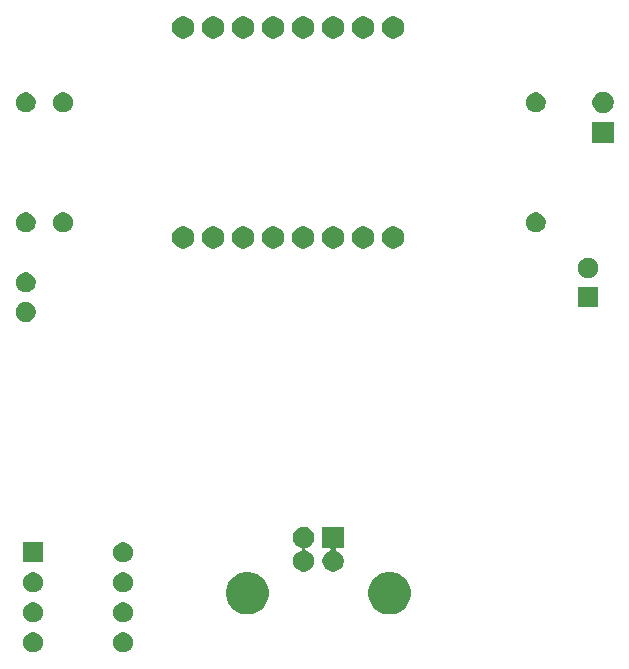
<source format=gbr>
G04 #@! TF.GenerationSoftware,KiCad,Pcbnew,5.1.5-52549c5~84~ubuntu19.04.1*
G04 #@! TF.CreationDate,2019-11-27T18:15:37+01:00*
G04 #@! TF.ProjectId,printplaat,7072696e-7470-46c6-9161-742e6b696361,rev?*
G04 #@! TF.SameCoordinates,Original*
G04 #@! TF.FileFunction,Soldermask,Bot*
G04 #@! TF.FilePolarity,Negative*
%FSLAX46Y46*%
G04 Gerber Fmt 4.6, Leading zero omitted, Abs format (unit mm)*
G04 Created by KiCad (PCBNEW 5.1.5-52549c5~84~ubuntu19.04.1) date 2019-11-27 18:15:37*
%MOMM*%
%LPD*%
G04 APERTURE LIST*
%ADD10C,0.100000*%
G04 APERTURE END LIST*
D10*
G36*
X106928228Y-166821703D02*
G01*
X107083100Y-166885853D01*
X107222481Y-166978985D01*
X107341015Y-167097519D01*
X107434147Y-167236900D01*
X107498297Y-167391772D01*
X107531000Y-167556184D01*
X107531000Y-167723816D01*
X107498297Y-167888228D01*
X107434147Y-168043100D01*
X107341015Y-168182481D01*
X107222481Y-168301015D01*
X107083100Y-168394147D01*
X106928228Y-168458297D01*
X106763816Y-168491000D01*
X106596184Y-168491000D01*
X106431772Y-168458297D01*
X106276900Y-168394147D01*
X106137519Y-168301015D01*
X106018985Y-168182481D01*
X105925853Y-168043100D01*
X105861703Y-167888228D01*
X105829000Y-167723816D01*
X105829000Y-167556184D01*
X105861703Y-167391772D01*
X105925853Y-167236900D01*
X106018985Y-167097519D01*
X106137519Y-166978985D01*
X106276900Y-166885853D01*
X106431772Y-166821703D01*
X106596184Y-166789000D01*
X106763816Y-166789000D01*
X106928228Y-166821703D01*
G37*
G36*
X99308228Y-166821703D02*
G01*
X99463100Y-166885853D01*
X99602481Y-166978985D01*
X99721015Y-167097519D01*
X99814147Y-167236900D01*
X99878297Y-167391772D01*
X99911000Y-167556184D01*
X99911000Y-167723816D01*
X99878297Y-167888228D01*
X99814147Y-168043100D01*
X99721015Y-168182481D01*
X99602481Y-168301015D01*
X99463100Y-168394147D01*
X99308228Y-168458297D01*
X99143816Y-168491000D01*
X98976184Y-168491000D01*
X98811772Y-168458297D01*
X98656900Y-168394147D01*
X98517519Y-168301015D01*
X98398985Y-168182481D01*
X98305853Y-168043100D01*
X98241703Y-167888228D01*
X98209000Y-167723816D01*
X98209000Y-167556184D01*
X98241703Y-167391772D01*
X98305853Y-167236900D01*
X98398985Y-167097519D01*
X98517519Y-166978985D01*
X98656900Y-166885853D01*
X98811772Y-166821703D01*
X98976184Y-166789000D01*
X99143816Y-166789000D01*
X99308228Y-166821703D01*
G37*
G36*
X106928228Y-164281703D02*
G01*
X107083100Y-164345853D01*
X107222481Y-164438985D01*
X107341015Y-164557519D01*
X107434147Y-164696900D01*
X107498297Y-164851772D01*
X107531000Y-165016184D01*
X107531000Y-165183816D01*
X107498297Y-165348228D01*
X107434147Y-165503100D01*
X107341015Y-165642481D01*
X107222481Y-165761015D01*
X107083100Y-165854147D01*
X106928228Y-165918297D01*
X106763816Y-165951000D01*
X106596184Y-165951000D01*
X106431772Y-165918297D01*
X106276900Y-165854147D01*
X106137519Y-165761015D01*
X106018985Y-165642481D01*
X105925853Y-165503100D01*
X105861703Y-165348228D01*
X105829000Y-165183816D01*
X105829000Y-165016184D01*
X105861703Y-164851772D01*
X105925853Y-164696900D01*
X106018985Y-164557519D01*
X106137519Y-164438985D01*
X106276900Y-164345853D01*
X106431772Y-164281703D01*
X106596184Y-164249000D01*
X106763816Y-164249000D01*
X106928228Y-164281703D01*
G37*
G36*
X99308228Y-164281703D02*
G01*
X99463100Y-164345853D01*
X99602481Y-164438985D01*
X99721015Y-164557519D01*
X99814147Y-164696900D01*
X99878297Y-164851772D01*
X99911000Y-165016184D01*
X99911000Y-165183816D01*
X99878297Y-165348228D01*
X99814147Y-165503100D01*
X99721015Y-165642481D01*
X99602481Y-165761015D01*
X99463100Y-165854147D01*
X99308228Y-165918297D01*
X99143816Y-165951000D01*
X98976184Y-165951000D01*
X98811772Y-165918297D01*
X98656900Y-165854147D01*
X98517519Y-165761015D01*
X98398985Y-165642481D01*
X98305853Y-165503100D01*
X98241703Y-165348228D01*
X98209000Y-165183816D01*
X98209000Y-165016184D01*
X98241703Y-164851772D01*
X98305853Y-164696900D01*
X98398985Y-164557519D01*
X98517519Y-164438985D01*
X98656900Y-164345853D01*
X98811772Y-164281703D01*
X98976184Y-164249000D01*
X99143816Y-164249000D01*
X99308228Y-164281703D01*
G37*
G36*
X129755331Y-161728211D02*
G01*
X130083092Y-161863974D01*
X130378070Y-162061072D01*
X130628928Y-162311930D01*
X130826026Y-162606908D01*
X130961789Y-162934669D01*
X131031000Y-163282616D01*
X131031000Y-163637384D01*
X130961789Y-163985331D01*
X130826026Y-164313092D01*
X130628928Y-164608070D01*
X130378070Y-164858928D01*
X130083092Y-165056026D01*
X129755331Y-165191789D01*
X129407384Y-165261000D01*
X129052616Y-165261000D01*
X128704669Y-165191789D01*
X128376908Y-165056026D01*
X128081930Y-164858928D01*
X127831072Y-164608070D01*
X127633974Y-164313092D01*
X127498211Y-163985331D01*
X127429000Y-163637384D01*
X127429000Y-163282616D01*
X127498211Y-162934669D01*
X127633974Y-162606908D01*
X127831072Y-162311930D01*
X128081930Y-162061072D01*
X128376908Y-161863974D01*
X128704669Y-161728211D01*
X129052616Y-161659000D01*
X129407384Y-161659000D01*
X129755331Y-161728211D01*
G37*
G36*
X117715331Y-161728211D02*
G01*
X118043092Y-161863974D01*
X118338070Y-162061072D01*
X118588928Y-162311930D01*
X118786026Y-162606908D01*
X118921789Y-162934669D01*
X118991000Y-163282616D01*
X118991000Y-163637384D01*
X118921789Y-163985331D01*
X118786026Y-164313092D01*
X118588928Y-164608070D01*
X118338070Y-164858928D01*
X118043092Y-165056026D01*
X117715331Y-165191789D01*
X117367384Y-165261000D01*
X117012616Y-165261000D01*
X116664669Y-165191789D01*
X116336908Y-165056026D01*
X116041930Y-164858928D01*
X115791072Y-164608070D01*
X115593974Y-164313092D01*
X115458211Y-163985331D01*
X115389000Y-163637384D01*
X115389000Y-163282616D01*
X115458211Y-162934669D01*
X115593974Y-162606908D01*
X115791072Y-162311930D01*
X116041930Y-162061072D01*
X116336908Y-161863974D01*
X116664669Y-161728211D01*
X117012616Y-161659000D01*
X117367384Y-161659000D01*
X117715331Y-161728211D01*
G37*
G36*
X99308228Y-161741703D02*
G01*
X99463100Y-161805853D01*
X99602481Y-161898985D01*
X99721015Y-162017519D01*
X99814147Y-162156900D01*
X99878297Y-162311772D01*
X99911000Y-162476184D01*
X99911000Y-162643816D01*
X99878297Y-162808228D01*
X99814147Y-162963100D01*
X99721015Y-163102481D01*
X99602481Y-163221015D01*
X99463100Y-163314147D01*
X99308228Y-163378297D01*
X99143816Y-163411000D01*
X98976184Y-163411000D01*
X98811772Y-163378297D01*
X98656900Y-163314147D01*
X98517519Y-163221015D01*
X98398985Y-163102481D01*
X98305853Y-162963100D01*
X98241703Y-162808228D01*
X98209000Y-162643816D01*
X98209000Y-162476184D01*
X98241703Y-162311772D01*
X98305853Y-162156900D01*
X98398985Y-162017519D01*
X98517519Y-161898985D01*
X98656900Y-161805853D01*
X98811772Y-161741703D01*
X98976184Y-161709000D01*
X99143816Y-161709000D01*
X99308228Y-161741703D01*
G37*
G36*
X106928228Y-161741703D02*
G01*
X107083100Y-161805853D01*
X107222481Y-161898985D01*
X107341015Y-162017519D01*
X107434147Y-162156900D01*
X107498297Y-162311772D01*
X107531000Y-162476184D01*
X107531000Y-162643816D01*
X107498297Y-162808228D01*
X107434147Y-162963100D01*
X107341015Y-163102481D01*
X107222481Y-163221015D01*
X107083100Y-163314147D01*
X106928228Y-163378297D01*
X106763816Y-163411000D01*
X106596184Y-163411000D01*
X106431772Y-163378297D01*
X106276900Y-163314147D01*
X106137519Y-163221015D01*
X106018985Y-163102481D01*
X105925853Y-162963100D01*
X105861703Y-162808228D01*
X105829000Y-162643816D01*
X105829000Y-162476184D01*
X105861703Y-162311772D01*
X105925853Y-162156900D01*
X106018985Y-162017519D01*
X106137519Y-161898985D01*
X106276900Y-161805853D01*
X106431772Y-161741703D01*
X106596184Y-161709000D01*
X106763816Y-161709000D01*
X106928228Y-161741703D01*
G37*
G36*
X125361000Y-159651000D02*
G01*
X124789617Y-159651000D01*
X124765231Y-159653402D01*
X124741782Y-159660515D01*
X124720171Y-159672066D01*
X124701229Y-159687611D01*
X124685684Y-159706553D01*
X124674133Y-159728164D01*
X124667020Y-159751613D01*
X124664618Y-159775999D01*
X124667020Y-159800385D01*
X124674133Y-159823834D01*
X124685684Y-159845445D01*
X124701229Y-159864387D01*
X124720171Y-159879932D01*
X124741771Y-159891477D01*
X124886784Y-159951544D01*
X125034354Y-160050147D01*
X125159853Y-160175646D01*
X125258456Y-160323216D01*
X125326376Y-160487188D01*
X125361000Y-160661259D01*
X125361000Y-160838741D01*
X125326376Y-161012812D01*
X125258456Y-161176784D01*
X125159853Y-161324354D01*
X125034354Y-161449853D01*
X124886784Y-161548456D01*
X124722812Y-161616376D01*
X124573512Y-161646073D01*
X124548742Y-161651000D01*
X124371258Y-161651000D01*
X124346488Y-161646073D01*
X124197188Y-161616376D01*
X124033216Y-161548456D01*
X123885646Y-161449853D01*
X123760147Y-161324354D01*
X123661544Y-161176784D01*
X123593624Y-161012812D01*
X123559000Y-160838741D01*
X123559000Y-160661259D01*
X123593624Y-160487188D01*
X123661544Y-160323216D01*
X123760147Y-160175646D01*
X123885646Y-160050147D01*
X124033216Y-159951544D01*
X124178229Y-159891477D01*
X124199829Y-159879932D01*
X124218771Y-159864387D01*
X124234316Y-159845445D01*
X124245867Y-159823834D01*
X124252980Y-159800385D01*
X124255382Y-159775999D01*
X124252980Y-159751613D01*
X124245867Y-159728164D01*
X124234316Y-159706553D01*
X124218771Y-159687611D01*
X124199829Y-159672066D01*
X124178218Y-159660515D01*
X124154769Y-159653402D01*
X124130383Y-159651000D01*
X123559000Y-159651000D01*
X123559000Y-157849000D01*
X125361000Y-157849000D01*
X125361000Y-159651000D01*
G37*
G36*
X122073512Y-157853927D02*
G01*
X122222812Y-157883624D01*
X122386784Y-157951544D01*
X122534354Y-158050147D01*
X122659853Y-158175646D01*
X122758456Y-158323216D01*
X122826376Y-158487188D01*
X122861000Y-158661259D01*
X122861000Y-158838741D01*
X122826376Y-159012812D01*
X122758456Y-159176784D01*
X122659853Y-159324354D01*
X122534354Y-159449853D01*
X122386784Y-159548456D01*
X122222812Y-159616376D01*
X122167362Y-159627405D01*
X122143922Y-159634516D01*
X122122311Y-159646067D01*
X122103369Y-159661613D01*
X122087824Y-159680555D01*
X122076273Y-159702165D01*
X122069160Y-159725614D01*
X122066758Y-159750000D01*
X122069160Y-159774387D01*
X122076273Y-159797835D01*
X122087824Y-159819446D01*
X122103370Y-159838388D01*
X122122312Y-159853933D01*
X122143922Y-159865484D01*
X122167362Y-159872595D01*
X122222812Y-159883624D01*
X122386784Y-159951544D01*
X122534354Y-160050147D01*
X122659853Y-160175646D01*
X122758456Y-160323216D01*
X122826376Y-160487188D01*
X122861000Y-160661259D01*
X122861000Y-160838741D01*
X122826376Y-161012812D01*
X122758456Y-161176784D01*
X122659853Y-161324354D01*
X122534354Y-161449853D01*
X122386784Y-161548456D01*
X122222812Y-161616376D01*
X122073512Y-161646073D01*
X122048742Y-161651000D01*
X121871258Y-161651000D01*
X121846488Y-161646073D01*
X121697188Y-161616376D01*
X121533216Y-161548456D01*
X121385646Y-161449853D01*
X121260147Y-161324354D01*
X121161544Y-161176784D01*
X121093624Y-161012812D01*
X121059000Y-160838741D01*
X121059000Y-160661259D01*
X121093624Y-160487188D01*
X121161544Y-160323216D01*
X121260147Y-160175646D01*
X121385646Y-160050147D01*
X121533216Y-159951544D01*
X121697188Y-159883624D01*
X121752638Y-159872595D01*
X121776078Y-159865484D01*
X121797689Y-159853933D01*
X121816631Y-159838387D01*
X121832176Y-159819445D01*
X121843727Y-159797835D01*
X121850840Y-159774386D01*
X121853242Y-159750000D01*
X121850840Y-159725613D01*
X121843727Y-159702165D01*
X121832176Y-159680554D01*
X121816630Y-159661612D01*
X121797688Y-159646067D01*
X121776078Y-159634516D01*
X121752638Y-159627405D01*
X121697188Y-159616376D01*
X121533216Y-159548456D01*
X121385646Y-159449853D01*
X121260147Y-159324354D01*
X121161544Y-159176784D01*
X121093624Y-159012812D01*
X121059000Y-158838741D01*
X121059000Y-158661259D01*
X121093624Y-158487188D01*
X121161544Y-158323216D01*
X121260147Y-158175646D01*
X121385646Y-158050147D01*
X121533216Y-157951544D01*
X121697188Y-157883624D01*
X121846488Y-157853927D01*
X121871258Y-157849000D01*
X122048742Y-157849000D01*
X122073512Y-157853927D01*
G37*
G36*
X99911000Y-160871000D02*
G01*
X98209000Y-160871000D01*
X98209000Y-159169000D01*
X99911000Y-159169000D01*
X99911000Y-160871000D01*
G37*
G36*
X106928228Y-159201703D02*
G01*
X107083100Y-159265853D01*
X107222481Y-159358985D01*
X107341015Y-159477519D01*
X107434147Y-159616900D01*
X107498297Y-159771772D01*
X107531000Y-159936184D01*
X107531000Y-160103816D01*
X107498297Y-160268228D01*
X107434147Y-160423100D01*
X107341015Y-160562481D01*
X107222481Y-160681015D01*
X107083100Y-160774147D01*
X106928228Y-160838297D01*
X106763816Y-160871000D01*
X106596184Y-160871000D01*
X106431772Y-160838297D01*
X106276900Y-160774147D01*
X106137519Y-160681015D01*
X106018985Y-160562481D01*
X105925853Y-160423100D01*
X105861703Y-160268228D01*
X105829000Y-160103816D01*
X105829000Y-159936184D01*
X105861703Y-159771772D01*
X105925853Y-159616900D01*
X106018985Y-159477519D01*
X106137519Y-159358985D01*
X106276900Y-159265853D01*
X106431772Y-159201703D01*
X106596184Y-159169000D01*
X106763816Y-159169000D01*
X106928228Y-159201703D01*
G37*
G36*
X98673228Y-138841703D02*
G01*
X98828100Y-138905853D01*
X98967481Y-138998985D01*
X99086015Y-139117519D01*
X99179147Y-139256900D01*
X99243297Y-139411772D01*
X99276000Y-139576184D01*
X99276000Y-139743816D01*
X99243297Y-139908228D01*
X99179147Y-140063100D01*
X99086015Y-140202481D01*
X98967481Y-140321015D01*
X98828100Y-140414147D01*
X98673228Y-140478297D01*
X98508816Y-140511000D01*
X98341184Y-140511000D01*
X98176772Y-140478297D01*
X98021900Y-140414147D01*
X97882519Y-140321015D01*
X97763985Y-140202481D01*
X97670853Y-140063100D01*
X97606703Y-139908228D01*
X97574000Y-139743816D01*
X97574000Y-139576184D01*
X97606703Y-139411772D01*
X97670853Y-139256900D01*
X97763985Y-139117519D01*
X97882519Y-138998985D01*
X98021900Y-138905853D01*
X98176772Y-138841703D01*
X98341184Y-138809000D01*
X98508816Y-138809000D01*
X98673228Y-138841703D01*
G37*
G36*
X146901000Y-139281000D02*
G01*
X145199000Y-139281000D01*
X145199000Y-137579000D01*
X146901000Y-137579000D01*
X146901000Y-139281000D01*
G37*
G36*
X98673228Y-136341703D02*
G01*
X98828100Y-136405853D01*
X98967481Y-136498985D01*
X99086015Y-136617519D01*
X99179147Y-136756900D01*
X99243297Y-136911772D01*
X99276000Y-137076184D01*
X99276000Y-137243816D01*
X99243297Y-137408228D01*
X99179147Y-137563100D01*
X99086015Y-137702481D01*
X98967481Y-137821015D01*
X98828100Y-137914147D01*
X98673228Y-137978297D01*
X98508816Y-138011000D01*
X98341184Y-138011000D01*
X98176772Y-137978297D01*
X98021900Y-137914147D01*
X97882519Y-137821015D01*
X97763985Y-137702481D01*
X97670853Y-137563100D01*
X97606703Y-137408228D01*
X97574000Y-137243816D01*
X97574000Y-137076184D01*
X97606703Y-136911772D01*
X97670853Y-136756900D01*
X97763985Y-136617519D01*
X97882519Y-136498985D01*
X98021900Y-136405853D01*
X98176772Y-136341703D01*
X98341184Y-136309000D01*
X98508816Y-136309000D01*
X98673228Y-136341703D01*
G37*
G36*
X146298228Y-135111703D02*
G01*
X146453100Y-135175853D01*
X146592481Y-135268985D01*
X146711015Y-135387519D01*
X146804147Y-135526900D01*
X146868297Y-135681772D01*
X146901000Y-135846184D01*
X146901000Y-136013816D01*
X146868297Y-136178228D01*
X146804147Y-136333100D01*
X146711015Y-136472481D01*
X146592481Y-136591015D01*
X146453100Y-136684147D01*
X146298228Y-136748297D01*
X146133816Y-136781000D01*
X145966184Y-136781000D01*
X145801772Y-136748297D01*
X145646900Y-136684147D01*
X145507519Y-136591015D01*
X145388985Y-136472481D01*
X145295853Y-136333100D01*
X145231703Y-136178228D01*
X145199000Y-136013816D01*
X145199000Y-135846184D01*
X145231703Y-135681772D01*
X145295853Y-135526900D01*
X145388985Y-135387519D01*
X145507519Y-135268985D01*
X145646900Y-135175853D01*
X145801772Y-135111703D01*
X145966184Y-135079000D01*
X146133816Y-135079000D01*
X146298228Y-135111703D01*
G37*
G36*
X112034187Y-132446123D02*
G01*
X112205255Y-132516982D01*
X112205257Y-132516983D01*
X112359215Y-132619855D01*
X112490145Y-132750785D01*
X112588709Y-132898295D01*
X112593018Y-132904745D01*
X112663877Y-133075813D01*
X112700000Y-133257417D01*
X112700000Y-133442583D01*
X112663877Y-133624187D01*
X112593018Y-133795255D01*
X112593017Y-133795257D01*
X112490145Y-133949215D01*
X112359215Y-134080145D01*
X112205257Y-134183017D01*
X112205256Y-134183018D01*
X112205255Y-134183018D01*
X112034187Y-134253877D01*
X111852583Y-134290000D01*
X111667417Y-134290000D01*
X111485813Y-134253877D01*
X111314745Y-134183018D01*
X111314744Y-134183018D01*
X111314743Y-134183017D01*
X111160785Y-134080145D01*
X111029855Y-133949215D01*
X110926983Y-133795257D01*
X110926982Y-133795255D01*
X110856123Y-133624187D01*
X110820000Y-133442583D01*
X110820000Y-133257417D01*
X110856123Y-133075813D01*
X110926982Y-132904745D01*
X110931292Y-132898295D01*
X111029855Y-132750785D01*
X111160785Y-132619855D01*
X111314743Y-132516983D01*
X111314745Y-132516982D01*
X111485813Y-132446123D01*
X111667417Y-132410000D01*
X111852583Y-132410000D01*
X112034187Y-132446123D01*
G37*
G36*
X114574187Y-132446123D02*
G01*
X114745255Y-132516982D01*
X114745257Y-132516983D01*
X114899215Y-132619855D01*
X115030145Y-132750785D01*
X115128709Y-132898295D01*
X115133018Y-132904745D01*
X115203877Y-133075813D01*
X115240000Y-133257417D01*
X115240000Y-133442583D01*
X115203877Y-133624187D01*
X115133018Y-133795255D01*
X115133017Y-133795257D01*
X115030145Y-133949215D01*
X114899215Y-134080145D01*
X114745257Y-134183017D01*
X114745256Y-134183018D01*
X114745255Y-134183018D01*
X114574187Y-134253877D01*
X114392583Y-134290000D01*
X114207417Y-134290000D01*
X114025813Y-134253877D01*
X113854745Y-134183018D01*
X113854744Y-134183018D01*
X113854743Y-134183017D01*
X113700785Y-134080145D01*
X113569855Y-133949215D01*
X113466983Y-133795257D01*
X113466982Y-133795255D01*
X113396123Y-133624187D01*
X113360000Y-133442583D01*
X113360000Y-133257417D01*
X113396123Y-133075813D01*
X113466982Y-132904745D01*
X113471292Y-132898295D01*
X113569855Y-132750785D01*
X113700785Y-132619855D01*
X113854743Y-132516983D01*
X113854745Y-132516982D01*
X114025813Y-132446123D01*
X114207417Y-132410000D01*
X114392583Y-132410000D01*
X114574187Y-132446123D01*
G37*
G36*
X117114187Y-132446123D02*
G01*
X117285255Y-132516982D01*
X117285257Y-132516983D01*
X117439215Y-132619855D01*
X117570145Y-132750785D01*
X117668709Y-132898295D01*
X117673018Y-132904745D01*
X117743877Y-133075813D01*
X117780000Y-133257417D01*
X117780000Y-133442583D01*
X117743877Y-133624187D01*
X117673018Y-133795255D01*
X117673017Y-133795257D01*
X117570145Y-133949215D01*
X117439215Y-134080145D01*
X117285257Y-134183017D01*
X117285256Y-134183018D01*
X117285255Y-134183018D01*
X117114187Y-134253877D01*
X116932583Y-134290000D01*
X116747417Y-134290000D01*
X116565813Y-134253877D01*
X116394745Y-134183018D01*
X116394744Y-134183018D01*
X116394743Y-134183017D01*
X116240785Y-134080145D01*
X116109855Y-133949215D01*
X116006983Y-133795257D01*
X116006982Y-133795255D01*
X115936123Y-133624187D01*
X115900000Y-133442583D01*
X115900000Y-133257417D01*
X115936123Y-133075813D01*
X116006982Y-132904745D01*
X116011292Y-132898295D01*
X116109855Y-132750785D01*
X116240785Y-132619855D01*
X116394743Y-132516983D01*
X116394745Y-132516982D01*
X116565813Y-132446123D01*
X116747417Y-132410000D01*
X116932583Y-132410000D01*
X117114187Y-132446123D01*
G37*
G36*
X119654187Y-132446123D02*
G01*
X119825255Y-132516982D01*
X119825257Y-132516983D01*
X119979215Y-132619855D01*
X120110145Y-132750785D01*
X120208709Y-132898295D01*
X120213018Y-132904745D01*
X120283877Y-133075813D01*
X120320000Y-133257417D01*
X120320000Y-133442583D01*
X120283877Y-133624187D01*
X120213018Y-133795255D01*
X120213017Y-133795257D01*
X120110145Y-133949215D01*
X119979215Y-134080145D01*
X119825257Y-134183017D01*
X119825256Y-134183018D01*
X119825255Y-134183018D01*
X119654187Y-134253877D01*
X119472583Y-134290000D01*
X119287417Y-134290000D01*
X119105813Y-134253877D01*
X118934745Y-134183018D01*
X118934744Y-134183018D01*
X118934743Y-134183017D01*
X118780785Y-134080145D01*
X118649855Y-133949215D01*
X118546983Y-133795257D01*
X118546982Y-133795255D01*
X118476123Y-133624187D01*
X118440000Y-133442583D01*
X118440000Y-133257417D01*
X118476123Y-133075813D01*
X118546982Y-132904745D01*
X118551292Y-132898295D01*
X118649855Y-132750785D01*
X118780785Y-132619855D01*
X118934743Y-132516983D01*
X118934745Y-132516982D01*
X119105813Y-132446123D01*
X119287417Y-132410000D01*
X119472583Y-132410000D01*
X119654187Y-132446123D01*
G37*
G36*
X124734187Y-132446123D02*
G01*
X124905255Y-132516982D01*
X124905257Y-132516983D01*
X125059215Y-132619855D01*
X125190145Y-132750785D01*
X125288709Y-132898295D01*
X125293018Y-132904745D01*
X125363877Y-133075813D01*
X125400000Y-133257417D01*
X125400000Y-133442583D01*
X125363877Y-133624187D01*
X125293018Y-133795255D01*
X125293017Y-133795257D01*
X125190145Y-133949215D01*
X125059215Y-134080145D01*
X124905257Y-134183017D01*
X124905256Y-134183018D01*
X124905255Y-134183018D01*
X124734187Y-134253877D01*
X124552583Y-134290000D01*
X124367417Y-134290000D01*
X124185813Y-134253877D01*
X124014745Y-134183018D01*
X124014744Y-134183018D01*
X124014743Y-134183017D01*
X123860785Y-134080145D01*
X123729855Y-133949215D01*
X123626983Y-133795257D01*
X123626982Y-133795255D01*
X123556123Y-133624187D01*
X123520000Y-133442583D01*
X123520000Y-133257417D01*
X123556123Y-133075813D01*
X123626982Y-132904745D01*
X123631292Y-132898295D01*
X123729855Y-132750785D01*
X123860785Y-132619855D01*
X124014743Y-132516983D01*
X124014745Y-132516982D01*
X124185813Y-132446123D01*
X124367417Y-132410000D01*
X124552583Y-132410000D01*
X124734187Y-132446123D01*
G37*
G36*
X127274187Y-132446123D02*
G01*
X127445255Y-132516982D01*
X127445257Y-132516983D01*
X127599215Y-132619855D01*
X127730145Y-132750785D01*
X127828709Y-132898295D01*
X127833018Y-132904745D01*
X127903877Y-133075813D01*
X127940000Y-133257417D01*
X127940000Y-133442583D01*
X127903877Y-133624187D01*
X127833018Y-133795255D01*
X127833017Y-133795257D01*
X127730145Y-133949215D01*
X127599215Y-134080145D01*
X127445257Y-134183017D01*
X127445256Y-134183018D01*
X127445255Y-134183018D01*
X127274187Y-134253877D01*
X127092583Y-134290000D01*
X126907417Y-134290000D01*
X126725813Y-134253877D01*
X126554745Y-134183018D01*
X126554744Y-134183018D01*
X126554743Y-134183017D01*
X126400785Y-134080145D01*
X126269855Y-133949215D01*
X126166983Y-133795257D01*
X126166982Y-133795255D01*
X126096123Y-133624187D01*
X126060000Y-133442583D01*
X126060000Y-133257417D01*
X126096123Y-133075813D01*
X126166982Y-132904745D01*
X126171292Y-132898295D01*
X126269855Y-132750785D01*
X126400785Y-132619855D01*
X126554743Y-132516983D01*
X126554745Y-132516982D01*
X126725813Y-132446123D01*
X126907417Y-132410000D01*
X127092583Y-132410000D01*
X127274187Y-132446123D01*
G37*
G36*
X129814187Y-132446123D02*
G01*
X129985255Y-132516982D01*
X129985257Y-132516983D01*
X130139215Y-132619855D01*
X130270145Y-132750785D01*
X130368709Y-132898295D01*
X130373018Y-132904745D01*
X130443877Y-133075813D01*
X130480000Y-133257417D01*
X130480000Y-133442583D01*
X130443877Y-133624187D01*
X130373018Y-133795255D01*
X130373017Y-133795257D01*
X130270145Y-133949215D01*
X130139215Y-134080145D01*
X129985257Y-134183017D01*
X129985256Y-134183018D01*
X129985255Y-134183018D01*
X129814187Y-134253877D01*
X129632583Y-134290000D01*
X129447417Y-134290000D01*
X129265813Y-134253877D01*
X129094745Y-134183018D01*
X129094744Y-134183018D01*
X129094743Y-134183017D01*
X128940785Y-134080145D01*
X128809855Y-133949215D01*
X128706983Y-133795257D01*
X128706982Y-133795255D01*
X128636123Y-133624187D01*
X128600000Y-133442583D01*
X128600000Y-133257417D01*
X128636123Y-133075813D01*
X128706982Y-132904745D01*
X128711292Y-132898295D01*
X128809855Y-132750785D01*
X128940785Y-132619855D01*
X129094743Y-132516983D01*
X129094745Y-132516982D01*
X129265813Y-132446123D01*
X129447417Y-132410000D01*
X129632583Y-132410000D01*
X129814187Y-132446123D01*
G37*
G36*
X122194187Y-132446123D02*
G01*
X122365255Y-132516982D01*
X122365257Y-132516983D01*
X122519215Y-132619855D01*
X122650145Y-132750785D01*
X122748709Y-132898295D01*
X122753018Y-132904745D01*
X122823877Y-133075813D01*
X122860000Y-133257417D01*
X122860000Y-133442583D01*
X122823877Y-133624187D01*
X122753018Y-133795255D01*
X122753017Y-133795257D01*
X122650145Y-133949215D01*
X122519215Y-134080145D01*
X122365257Y-134183017D01*
X122365256Y-134183018D01*
X122365255Y-134183018D01*
X122194187Y-134253877D01*
X122012583Y-134290000D01*
X121827417Y-134290000D01*
X121645813Y-134253877D01*
X121474745Y-134183018D01*
X121474744Y-134183018D01*
X121474743Y-134183017D01*
X121320785Y-134080145D01*
X121189855Y-133949215D01*
X121086983Y-133795257D01*
X121086982Y-133795255D01*
X121016123Y-133624187D01*
X120980000Y-133442583D01*
X120980000Y-133257417D01*
X121016123Y-133075813D01*
X121086982Y-132904745D01*
X121091292Y-132898295D01*
X121189855Y-132750785D01*
X121320785Y-132619855D01*
X121474743Y-132516983D01*
X121474745Y-132516982D01*
X121645813Y-132446123D01*
X121827417Y-132410000D01*
X122012583Y-132410000D01*
X122194187Y-132446123D01*
G37*
G36*
X141853228Y-131261703D02*
G01*
X142008100Y-131325853D01*
X142147481Y-131418985D01*
X142266015Y-131537519D01*
X142359147Y-131676900D01*
X142423297Y-131831772D01*
X142456000Y-131996184D01*
X142456000Y-132163816D01*
X142423297Y-132328228D01*
X142359147Y-132483100D01*
X142266015Y-132622481D01*
X142147481Y-132741015D01*
X142008100Y-132834147D01*
X141853228Y-132898297D01*
X141688816Y-132931000D01*
X141521184Y-132931000D01*
X141356772Y-132898297D01*
X141201900Y-132834147D01*
X141062519Y-132741015D01*
X140943985Y-132622481D01*
X140850853Y-132483100D01*
X140786703Y-132328228D01*
X140754000Y-132163816D01*
X140754000Y-131996184D01*
X140786703Y-131831772D01*
X140850853Y-131676900D01*
X140943985Y-131537519D01*
X141062519Y-131418985D01*
X141201900Y-131325853D01*
X141356772Y-131261703D01*
X141521184Y-131229000D01*
X141688816Y-131229000D01*
X141853228Y-131261703D01*
G37*
G36*
X98673228Y-131261703D02*
G01*
X98828100Y-131325853D01*
X98967481Y-131418985D01*
X99086015Y-131537519D01*
X99179147Y-131676900D01*
X99243297Y-131831772D01*
X99276000Y-131996184D01*
X99276000Y-132163816D01*
X99243297Y-132328228D01*
X99179147Y-132483100D01*
X99086015Y-132622481D01*
X98967481Y-132741015D01*
X98828100Y-132834147D01*
X98673228Y-132898297D01*
X98508816Y-132931000D01*
X98341184Y-132931000D01*
X98176772Y-132898297D01*
X98021900Y-132834147D01*
X97882519Y-132741015D01*
X97763985Y-132622481D01*
X97670853Y-132483100D01*
X97606703Y-132328228D01*
X97574000Y-132163816D01*
X97574000Y-131996184D01*
X97606703Y-131831772D01*
X97670853Y-131676900D01*
X97763985Y-131537519D01*
X97882519Y-131418985D01*
X98021900Y-131325853D01*
X98176772Y-131261703D01*
X98341184Y-131229000D01*
X98508816Y-131229000D01*
X98673228Y-131261703D01*
G37*
G36*
X101848228Y-131261703D02*
G01*
X102003100Y-131325853D01*
X102142481Y-131418985D01*
X102261015Y-131537519D01*
X102354147Y-131676900D01*
X102418297Y-131831772D01*
X102451000Y-131996184D01*
X102451000Y-132163816D01*
X102418297Y-132328228D01*
X102354147Y-132483100D01*
X102261015Y-132622481D01*
X102142481Y-132741015D01*
X102003100Y-132834147D01*
X101848228Y-132898297D01*
X101683816Y-132931000D01*
X101516184Y-132931000D01*
X101351772Y-132898297D01*
X101196900Y-132834147D01*
X101057519Y-132741015D01*
X100938985Y-132622481D01*
X100845853Y-132483100D01*
X100781703Y-132328228D01*
X100749000Y-132163816D01*
X100749000Y-131996184D01*
X100781703Y-131831772D01*
X100845853Y-131676900D01*
X100938985Y-131537519D01*
X101057519Y-131418985D01*
X101196900Y-131325853D01*
X101351772Y-131261703D01*
X101516184Y-131229000D01*
X101683816Y-131229000D01*
X101848228Y-131261703D01*
G37*
G36*
X148221000Y-125361000D02*
G01*
X146419000Y-125361000D01*
X146419000Y-123559000D01*
X148221000Y-123559000D01*
X148221000Y-125361000D01*
G37*
G36*
X147433512Y-121023927D02*
G01*
X147582812Y-121053624D01*
X147746784Y-121121544D01*
X147894354Y-121220147D01*
X148019853Y-121345646D01*
X148118456Y-121493216D01*
X148186376Y-121657188D01*
X148221000Y-121831259D01*
X148221000Y-122008741D01*
X148186376Y-122182812D01*
X148118456Y-122346784D01*
X148019853Y-122494354D01*
X147894354Y-122619853D01*
X147746784Y-122718456D01*
X147582812Y-122786376D01*
X147433512Y-122816073D01*
X147408742Y-122821000D01*
X147231258Y-122821000D01*
X147206488Y-122816073D01*
X147057188Y-122786376D01*
X146893216Y-122718456D01*
X146745646Y-122619853D01*
X146620147Y-122494354D01*
X146521544Y-122346784D01*
X146453624Y-122182812D01*
X146419000Y-122008741D01*
X146419000Y-121831259D01*
X146453624Y-121657188D01*
X146521544Y-121493216D01*
X146620147Y-121345646D01*
X146745646Y-121220147D01*
X146893216Y-121121544D01*
X147057188Y-121053624D01*
X147206488Y-121023927D01*
X147231258Y-121019000D01*
X147408742Y-121019000D01*
X147433512Y-121023927D01*
G37*
G36*
X141853228Y-121101703D02*
G01*
X142008100Y-121165853D01*
X142147481Y-121258985D01*
X142266015Y-121377519D01*
X142359147Y-121516900D01*
X142423297Y-121671772D01*
X142456000Y-121836184D01*
X142456000Y-122003816D01*
X142423297Y-122168228D01*
X142359147Y-122323100D01*
X142266015Y-122462481D01*
X142147481Y-122581015D01*
X142008100Y-122674147D01*
X141853228Y-122738297D01*
X141688816Y-122771000D01*
X141521184Y-122771000D01*
X141356772Y-122738297D01*
X141201900Y-122674147D01*
X141062519Y-122581015D01*
X140943985Y-122462481D01*
X140850853Y-122323100D01*
X140786703Y-122168228D01*
X140754000Y-122003816D01*
X140754000Y-121836184D01*
X140786703Y-121671772D01*
X140850853Y-121516900D01*
X140943985Y-121377519D01*
X141062519Y-121258985D01*
X141201900Y-121165853D01*
X141356772Y-121101703D01*
X141521184Y-121069000D01*
X141688816Y-121069000D01*
X141853228Y-121101703D01*
G37*
G36*
X101848228Y-121101703D02*
G01*
X102003100Y-121165853D01*
X102142481Y-121258985D01*
X102261015Y-121377519D01*
X102354147Y-121516900D01*
X102418297Y-121671772D01*
X102451000Y-121836184D01*
X102451000Y-122003816D01*
X102418297Y-122168228D01*
X102354147Y-122323100D01*
X102261015Y-122462481D01*
X102142481Y-122581015D01*
X102003100Y-122674147D01*
X101848228Y-122738297D01*
X101683816Y-122771000D01*
X101516184Y-122771000D01*
X101351772Y-122738297D01*
X101196900Y-122674147D01*
X101057519Y-122581015D01*
X100938985Y-122462481D01*
X100845853Y-122323100D01*
X100781703Y-122168228D01*
X100749000Y-122003816D01*
X100749000Y-121836184D01*
X100781703Y-121671772D01*
X100845853Y-121516900D01*
X100938985Y-121377519D01*
X101057519Y-121258985D01*
X101196900Y-121165853D01*
X101351772Y-121101703D01*
X101516184Y-121069000D01*
X101683816Y-121069000D01*
X101848228Y-121101703D01*
G37*
G36*
X98673228Y-121101703D02*
G01*
X98828100Y-121165853D01*
X98967481Y-121258985D01*
X99086015Y-121377519D01*
X99179147Y-121516900D01*
X99243297Y-121671772D01*
X99276000Y-121836184D01*
X99276000Y-122003816D01*
X99243297Y-122168228D01*
X99179147Y-122323100D01*
X99086015Y-122462481D01*
X98967481Y-122581015D01*
X98828100Y-122674147D01*
X98673228Y-122738297D01*
X98508816Y-122771000D01*
X98341184Y-122771000D01*
X98176772Y-122738297D01*
X98021900Y-122674147D01*
X97882519Y-122581015D01*
X97763985Y-122462481D01*
X97670853Y-122323100D01*
X97606703Y-122168228D01*
X97574000Y-122003816D01*
X97574000Y-121836184D01*
X97606703Y-121671772D01*
X97670853Y-121516900D01*
X97763985Y-121377519D01*
X97882519Y-121258985D01*
X98021900Y-121165853D01*
X98176772Y-121101703D01*
X98341184Y-121069000D01*
X98508816Y-121069000D01*
X98673228Y-121101703D01*
G37*
G36*
X124734187Y-114666123D02*
G01*
X124905255Y-114736982D01*
X124905257Y-114736983D01*
X124982758Y-114788768D01*
X125059214Y-114839854D01*
X125190146Y-114970786D01*
X125293018Y-115124745D01*
X125363877Y-115295813D01*
X125400000Y-115477417D01*
X125400000Y-115662583D01*
X125363877Y-115844187D01*
X125293018Y-116015255D01*
X125293017Y-116015257D01*
X125190145Y-116169215D01*
X125059215Y-116300145D01*
X124905257Y-116403017D01*
X124905256Y-116403018D01*
X124905255Y-116403018D01*
X124734187Y-116473877D01*
X124552583Y-116510000D01*
X124367417Y-116510000D01*
X124185813Y-116473877D01*
X124014745Y-116403018D01*
X124014744Y-116403018D01*
X124014743Y-116403017D01*
X123860785Y-116300145D01*
X123729855Y-116169215D01*
X123626983Y-116015257D01*
X123626982Y-116015255D01*
X123556123Y-115844187D01*
X123520000Y-115662583D01*
X123520000Y-115477417D01*
X123556123Y-115295813D01*
X123626982Y-115124745D01*
X123729854Y-114970786D01*
X123860786Y-114839854D01*
X123937242Y-114788768D01*
X124014743Y-114736983D01*
X124014745Y-114736982D01*
X124185813Y-114666123D01*
X124367417Y-114630000D01*
X124552583Y-114630000D01*
X124734187Y-114666123D01*
G37*
G36*
X112034187Y-114666123D02*
G01*
X112205255Y-114736982D01*
X112205257Y-114736983D01*
X112282758Y-114788768D01*
X112359214Y-114839854D01*
X112490146Y-114970786D01*
X112593018Y-115124745D01*
X112663877Y-115295813D01*
X112700000Y-115477417D01*
X112700000Y-115662583D01*
X112663877Y-115844187D01*
X112593018Y-116015255D01*
X112593017Y-116015257D01*
X112490145Y-116169215D01*
X112359215Y-116300145D01*
X112205257Y-116403017D01*
X112205256Y-116403018D01*
X112205255Y-116403018D01*
X112034187Y-116473877D01*
X111852583Y-116510000D01*
X111667417Y-116510000D01*
X111485813Y-116473877D01*
X111314745Y-116403018D01*
X111314744Y-116403018D01*
X111314743Y-116403017D01*
X111160785Y-116300145D01*
X111029855Y-116169215D01*
X110926983Y-116015257D01*
X110926982Y-116015255D01*
X110856123Y-115844187D01*
X110820000Y-115662583D01*
X110820000Y-115477417D01*
X110856123Y-115295813D01*
X110926982Y-115124745D01*
X111029854Y-114970786D01*
X111160786Y-114839854D01*
X111237242Y-114788768D01*
X111314743Y-114736983D01*
X111314745Y-114736982D01*
X111485813Y-114666123D01*
X111667417Y-114630000D01*
X111852583Y-114630000D01*
X112034187Y-114666123D01*
G37*
G36*
X127274187Y-114666123D02*
G01*
X127445255Y-114736982D01*
X127445257Y-114736983D01*
X127522758Y-114788768D01*
X127599214Y-114839854D01*
X127730146Y-114970786D01*
X127833018Y-115124745D01*
X127903877Y-115295813D01*
X127940000Y-115477417D01*
X127940000Y-115662583D01*
X127903877Y-115844187D01*
X127833018Y-116015255D01*
X127833017Y-116015257D01*
X127730145Y-116169215D01*
X127599215Y-116300145D01*
X127445257Y-116403017D01*
X127445256Y-116403018D01*
X127445255Y-116403018D01*
X127274187Y-116473877D01*
X127092583Y-116510000D01*
X126907417Y-116510000D01*
X126725813Y-116473877D01*
X126554745Y-116403018D01*
X126554744Y-116403018D01*
X126554743Y-116403017D01*
X126400785Y-116300145D01*
X126269855Y-116169215D01*
X126166983Y-116015257D01*
X126166982Y-116015255D01*
X126096123Y-115844187D01*
X126060000Y-115662583D01*
X126060000Y-115477417D01*
X126096123Y-115295813D01*
X126166982Y-115124745D01*
X126269854Y-114970786D01*
X126400786Y-114839854D01*
X126477242Y-114788768D01*
X126554743Y-114736983D01*
X126554745Y-114736982D01*
X126725813Y-114666123D01*
X126907417Y-114630000D01*
X127092583Y-114630000D01*
X127274187Y-114666123D01*
G37*
G36*
X129814187Y-114666123D02*
G01*
X129985255Y-114736982D01*
X129985257Y-114736983D01*
X130062758Y-114788768D01*
X130139214Y-114839854D01*
X130270146Y-114970786D01*
X130373018Y-115124745D01*
X130443877Y-115295813D01*
X130480000Y-115477417D01*
X130480000Y-115662583D01*
X130443877Y-115844187D01*
X130373018Y-116015255D01*
X130373017Y-116015257D01*
X130270145Y-116169215D01*
X130139215Y-116300145D01*
X129985257Y-116403017D01*
X129985256Y-116403018D01*
X129985255Y-116403018D01*
X129814187Y-116473877D01*
X129632583Y-116510000D01*
X129447417Y-116510000D01*
X129265813Y-116473877D01*
X129094745Y-116403018D01*
X129094744Y-116403018D01*
X129094743Y-116403017D01*
X128940785Y-116300145D01*
X128809855Y-116169215D01*
X128706983Y-116015257D01*
X128706982Y-116015255D01*
X128636123Y-115844187D01*
X128600000Y-115662583D01*
X128600000Y-115477417D01*
X128636123Y-115295813D01*
X128706982Y-115124745D01*
X128809854Y-114970786D01*
X128940786Y-114839854D01*
X129017242Y-114788768D01*
X129094743Y-114736983D01*
X129094745Y-114736982D01*
X129265813Y-114666123D01*
X129447417Y-114630000D01*
X129632583Y-114630000D01*
X129814187Y-114666123D01*
G37*
G36*
X122194187Y-114666123D02*
G01*
X122365255Y-114736982D01*
X122365257Y-114736983D01*
X122442758Y-114788768D01*
X122519214Y-114839854D01*
X122650146Y-114970786D01*
X122753018Y-115124745D01*
X122823877Y-115295813D01*
X122860000Y-115477417D01*
X122860000Y-115662583D01*
X122823877Y-115844187D01*
X122753018Y-116015255D01*
X122753017Y-116015257D01*
X122650145Y-116169215D01*
X122519215Y-116300145D01*
X122365257Y-116403017D01*
X122365256Y-116403018D01*
X122365255Y-116403018D01*
X122194187Y-116473877D01*
X122012583Y-116510000D01*
X121827417Y-116510000D01*
X121645813Y-116473877D01*
X121474745Y-116403018D01*
X121474744Y-116403018D01*
X121474743Y-116403017D01*
X121320785Y-116300145D01*
X121189855Y-116169215D01*
X121086983Y-116015257D01*
X121086982Y-116015255D01*
X121016123Y-115844187D01*
X120980000Y-115662583D01*
X120980000Y-115477417D01*
X121016123Y-115295813D01*
X121086982Y-115124745D01*
X121189854Y-114970786D01*
X121320786Y-114839854D01*
X121397242Y-114788768D01*
X121474743Y-114736983D01*
X121474745Y-114736982D01*
X121645813Y-114666123D01*
X121827417Y-114630000D01*
X122012583Y-114630000D01*
X122194187Y-114666123D01*
G37*
G36*
X119654187Y-114666123D02*
G01*
X119825255Y-114736982D01*
X119825257Y-114736983D01*
X119902758Y-114788768D01*
X119979214Y-114839854D01*
X120110146Y-114970786D01*
X120213018Y-115124745D01*
X120283877Y-115295813D01*
X120320000Y-115477417D01*
X120320000Y-115662583D01*
X120283877Y-115844187D01*
X120213018Y-116015255D01*
X120213017Y-116015257D01*
X120110145Y-116169215D01*
X119979215Y-116300145D01*
X119825257Y-116403017D01*
X119825256Y-116403018D01*
X119825255Y-116403018D01*
X119654187Y-116473877D01*
X119472583Y-116510000D01*
X119287417Y-116510000D01*
X119105813Y-116473877D01*
X118934745Y-116403018D01*
X118934744Y-116403018D01*
X118934743Y-116403017D01*
X118780785Y-116300145D01*
X118649855Y-116169215D01*
X118546983Y-116015257D01*
X118546982Y-116015255D01*
X118476123Y-115844187D01*
X118440000Y-115662583D01*
X118440000Y-115477417D01*
X118476123Y-115295813D01*
X118546982Y-115124745D01*
X118649854Y-114970786D01*
X118780786Y-114839854D01*
X118857242Y-114788768D01*
X118934743Y-114736983D01*
X118934745Y-114736982D01*
X119105813Y-114666123D01*
X119287417Y-114630000D01*
X119472583Y-114630000D01*
X119654187Y-114666123D01*
G37*
G36*
X117114187Y-114666123D02*
G01*
X117285255Y-114736982D01*
X117285257Y-114736983D01*
X117362758Y-114788768D01*
X117439214Y-114839854D01*
X117570146Y-114970786D01*
X117673018Y-115124745D01*
X117743877Y-115295813D01*
X117780000Y-115477417D01*
X117780000Y-115662583D01*
X117743877Y-115844187D01*
X117673018Y-116015255D01*
X117673017Y-116015257D01*
X117570145Y-116169215D01*
X117439215Y-116300145D01*
X117285257Y-116403017D01*
X117285256Y-116403018D01*
X117285255Y-116403018D01*
X117114187Y-116473877D01*
X116932583Y-116510000D01*
X116747417Y-116510000D01*
X116565813Y-116473877D01*
X116394745Y-116403018D01*
X116394744Y-116403018D01*
X116394743Y-116403017D01*
X116240785Y-116300145D01*
X116109855Y-116169215D01*
X116006983Y-116015257D01*
X116006982Y-116015255D01*
X115936123Y-115844187D01*
X115900000Y-115662583D01*
X115900000Y-115477417D01*
X115936123Y-115295813D01*
X116006982Y-115124745D01*
X116109854Y-114970786D01*
X116240786Y-114839854D01*
X116317242Y-114788768D01*
X116394743Y-114736983D01*
X116394745Y-114736982D01*
X116565813Y-114666123D01*
X116747417Y-114630000D01*
X116932583Y-114630000D01*
X117114187Y-114666123D01*
G37*
G36*
X114574187Y-114666123D02*
G01*
X114745255Y-114736982D01*
X114745257Y-114736983D01*
X114822758Y-114788768D01*
X114899214Y-114839854D01*
X115030146Y-114970786D01*
X115133018Y-115124745D01*
X115203877Y-115295813D01*
X115240000Y-115477417D01*
X115240000Y-115662583D01*
X115203877Y-115844187D01*
X115133018Y-116015255D01*
X115133017Y-116015257D01*
X115030145Y-116169215D01*
X114899215Y-116300145D01*
X114745257Y-116403017D01*
X114745256Y-116403018D01*
X114745255Y-116403018D01*
X114574187Y-116473877D01*
X114392583Y-116510000D01*
X114207417Y-116510000D01*
X114025813Y-116473877D01*
X113854745Y-116403018D01*
X113854744Y-116403018D01*
X113854743Y-116403017D01*
X113700785Y-116300145D01*
X113569855Y-116169215D01*
X113466983Y-116015257D01*
X113466982Y-116015255D01*
X113396123Y-115844187D01*
X113360000Y-115662583D01*
X113360000Y-115477417D01*
X113396123Y-115295813D01*
X113466982Y-115124745D01*
X113569854Y-114970786D01*
X113700786Y-114839854D01*
X113777242Y-114788768D01*
X113854743Y-114736983D01*
X113854745Y-114736982D01*
X114025813Y-114666123D01*
X114207417Y-114630000D01*
X114392583Y-114630000D01*
X114574187Y-114666123D01*
G37*
M02*

</source>
